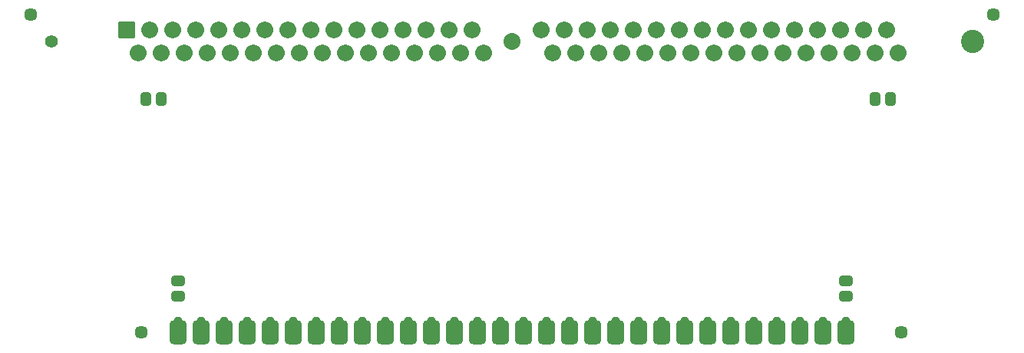
<source format=gts>
G04 #@! TF.GenerationSoftware,KiCad,Pcbnew,(6.0.1-0)*
G04 #@! TF.CreationDate,2022-02-13T03:47:26-05:00*
G04 #@! TF.ProjectId,Adapter-30,41646170-7465-4722-9d33-302e6b696361,1.0-SOP*
G04 #@! TF.SameCoordinates,Original*
G04 #@! TF.FileFunction,Soldermask,Top*
G04 #@! TF.FilePolarity,Negative*
%FSLAX46Y46*%
G04 Gerber Fmt 4.6, Leading zero omitted, Abs format (unit mm)*
G04 Created by KiCad (PCBNEW (6.0.1-0)) date 2022-02-13 03:47:26*
%MOMM*%
%LPD*%
G01*
G04 APERTURE LIST*
G04 Aperture macros list*
%AMRoundRect*
0 Rectangle with rounded corners*
0 $1 Rounding radius*
0 $2 $3 $4 $5 $6 $7 $8 $9 X,Y pos of 4 corners*
0 Add a 4 corners polygon primitive as box body*
4,1,4,$2,$3,$4,$5,$6,$7,$8,$9,$2,$3,0*
0 Add four circle primitives for the rounded corners*
1,1,$1+$1,$2,$3*
1,1,$1+$1,$4,$5*
1,1,$1+$1,$6,$7*
1,1,$1+$1,$8,$9*
0 Add four rect primitives between the rounded corners*
20,1,$1+$1,$2,$3,$4,$5,0*
20,1,$1+$1,$4,$5,$6,$7,0*
20,1,$1+$1,$6,$7,$8,$9,0*
20,1,$1+$1,$8,$9,$2,$3,0*%
G04 Aperture macros list end*
%ADD10C,0.952400*%
%ADD11RoundRect,0.520700X-0.444500X-0.825500X0.444500X-0.825500X0.444500X0.825500X-0.444500X0.825500X0*%
%ADD12RoundRect,0.312500X0.437500X-0.262500X0.437500X0.262500X-0.437500X0.262500X-0.437500X-0.262500X0*%
%ADD13C,1.448000*%
%ADD14RoundRect,0.312500X-0.262500X-0.437500X0.262500X-0.437500X0.262500X0.437500X-0.262500X0.437500X0*%
%ADD15RoundRect,0.312500X0.262500X0.437500X-0.262500X0.437500X-0.262500X-0.437500X0.262500X-0.437500X0*%
%ADD16RoundRect,0.076200X0.850000X-0.850000X0.850000X0.850000X-0.850000X0.850000X-0.850000X-0.850000X0*%
%ADD17O,1.852400X1.852400*%
%ADD18C,2.562400*%
%ADD19C,1.422400*%
%ADD20C,1.862400*%
G04 APERTURE END LIST*
D10*
X157480000Y-98806000D03*
X154940000Y-98806000D03*
X129540000Y-98806000D03*
X144780000Y-98806000D03*
X139700000Y-98806000D03*
X142240000Y-98806000D03*
X137160000Y-98806000D03*
X132080000Y-98806000D03*
X134620000Y-98806000D03*
X152400000Y-98806000D03*
X147320000Y-98806000D03*
X149860000Y-98806000D03*
X127000000Y-98806000D03*
X121920000Y-98806000D03*
X124460000Y-98806000D03*
X119380000Y-98806000D03*
X114300000Y-98806000D03*
X116840000Y-98806000D03*
X111760000Y-98806000D03*
X106680000Y-98806000D03*
X109220000Y-98806000D03*
X101600000Y-98806000D03*
X104140000Y-98806000D03*
X99060000Y-98806000D03*
X96520000Y-98806000D03*
X91440000Y-98806000D03*
X93980000Y-98806000D03*
X83820000Y-98806000D03*
X86360000Y-98806000D03*
D11*
X144780000Y-100076000D03*
X119380000Y-100076000D03*
X157480000Y-100076000D03*
X152400000Y-100076000D03*
X149860000Y-100076000D03*
X101600000Y-100076000D03*
X99060000Y-100076000D03*
X124460000Y-100076000D03*
X96520000Y-100076000D03*
X137160000Y-100076000D03*
X106680000Y-100076000D03*
X129540000Y-100076000D03*
X134620000Y-100076000D03*
X127000000Y-100076000D03*
X104140000Y-100076000D03*
X139700000Y-100076000D03*
X132080000Y-100076000D03*
X121920000Y-100076000D03*
X142240000Y-100076000D03*
X88900000Y-100076000D03*
X154940000Y-100076000D03*
X91440000Y-100076000D03*
X116840000Y-100076000D03*
X114300000Y-100076000D03*
X147320000Y-100076000D03*
X111760000Y-100076000D03*
X93980000Y-100076000D03*
X109220000Y-100076000D03*
D10*
X88900000Y-98806000D03*
D11*
X86360000Y-100076000D03*
X83820000Y-100076000D03*
D12*
X83820000Y-96075500D03*
X83820000Y-94375500D03*
X157480000Y-96075500D03*
X157480000Y-94375500D03*
D13*
X173736000Y-65024000D03*
X67564000Y-65024000D03*
X79756000Y-100076000D03*
X163576000Y-100076000D03*
D14*
X160655000Y-74295000D03*
X162355000Y-74295000D03*
D15*
X81915000Y-74295000D03*
X80215000Y-74295000D03*
D16*
X78105000Y-66675000D03*
D17*
X79375000Y-69215000D03*
X80645000Y-66675000D03*
X81915000Y-69215000D03*
X83185000Y-66675000D03*
X84455000Y-69215000D03*
X85725000Y-66675000D03*
X86995000Y-69215000D03*
X88265000Y-66675000D03*
X89535000Y-69215000D03*
X90805000Y-66675000D03*
X92075000Y-69215000D03*
X93345000Y-66675000D03*
X94615000Y-69215000D03*
X95885000Y-66675000D03*
X97155000Y-69215000D03*
X98425000Y-66675000D03*
X99695000Y-69215000D03*
X100965000Y-66675000D03*
X102235000Y-69215000D03*
X103505000Y-66675000D03*
X104775000Y-69215000D03*
X106045000Y-66675000D03*
X107315000Y-69215000D03*
X108585000Y-66675000D03*
X109855000Y-69215000D03*
X111125000Y-66675000D03*
X112395000Y-69215000D03*
X113665000Y-66675000D03*
X114935000Y-69215000D03*
X116205000Y-66675000D03*
X117475000Y-69215000D03*
X123825000Y-66675000D03*
X125095000Y-69215000D03*
X126365000Y-66675000D03*
X127635000Y-69215000D03*
X128905000Y-66675000D03*
X130175000Y-69215000D03*
X131445000Y-66675000D03*
X132715000Y-69215000D03*
X133985000Y-66675000D03*
X135255000Y-69215000D03*
X136525000Y-66675000D03*
X137795000Y-69215000D03*
X139065000Y-66675000D03*
X140335000Y-69215000D03*
X141605000Y-66675000D03*
X142875000Y-69215000D03*
X144145000Y-66675000D03*
X145415000Y-69215000D03*
X146685000Y-66675000D03*
X147955000Y-69215000D03*
X149225000Y-66675000D03*
X150495000Y-69215000D03*
X151765000Y-66675000D03*
X153035000Y-69215000D03*
X154305000Y-66675000D03*
X155575000Y-69215000D03*
X156845000Y-66675000D03*
X158115000Y-69215000D03*
X159385000Y-66675000D03*
X160655000Y-69215000D03*
X161925000Y-66675000D03*
X163195000Y-69215000D03*
D18*
X171450000Y-67945000D03*
D19*
X69850000Y-67945000D03*
D20*
X120650000Y-67945000D03*
M02*

</source>
